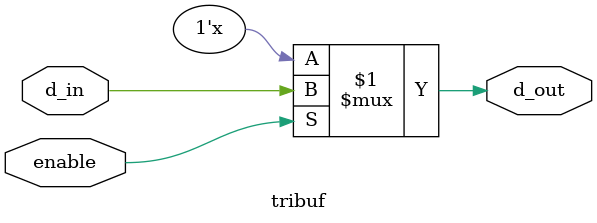
<source format=v>


module des(
    input clock,
    input enable,
    input load,
    input din,
    output [31:0]dout
);
wire [4:0]count;
wire [31:0]reg_data;
wire des_d_in;
wire rst;

tribuf TRIBUF(din,enable,des_d_in);
d_demux16x4 DEMUX16X4(des_d_in,count,reg_data);
d_cnt4bit SEL_DEMUX(clock,load,count);
d_data DATA(reg_data,load,clock,dout);



endmodule



module d_data(
	input [31:0]din,
	input load,
	input clk,
	output reg [31:0]temp
);

always @(posedge clk) begin
	if(load) begin
		temp<=din;
	end

	else begin
		temp<=temp;
    end
end

endmodule


module d_cnt4bit(
input clock,
input load,
output reg [4:0]count
);

always @ (posedge clock) begin
    if (!load)
        count<=count+5'd1;
    else
        count<=5'd0;
end

endmodule

module d_demux16x4 (
	input d_in,
	input [4:0]sel,
	output reg [31:0]d_out
);

always @(*) begin
	d_out[sel]<=d_in;
end
endmodule

module tribuf(
    input d_in,
    input enable,
    output d_out
);

assign d_out=enable?d_in:1'bz;
endmodule
</source>
